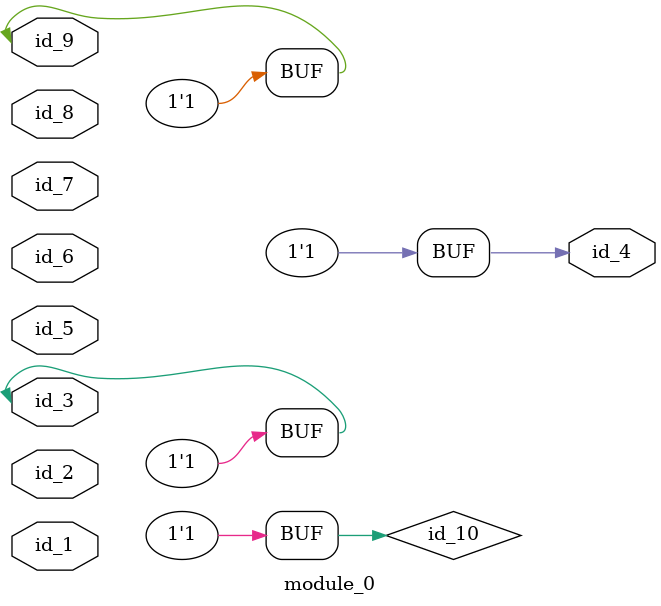
<source format=v>
module module_0 (
    id_1,
    id_2,
    id_3,
    id_4,
    id_5,
    id_6,
    id_7,
    id_8,
    id_9
);
  input wire id_9;
  inout wire id_8;
  input wire id_7;
  input wire id_6;
  input wire id_5;
  output wire id_4;
  input wire id_3;
  input wire id_2;
  input wire id_1;
  assign id_4 = id_3;
  assign id_4 = 1;
  assign id_4 = id_9;
  wor  id_10 = 1'b0;
  wire id_11;
  assign id_10 = (1);
endmodule
module module_1 (
    input  wand id_0,
    input  tri  id_1,
    output tri  id_2
);
  wire id_4;
  module_0 modCall_1 (
      id_4,
      id_4,
      id_4,
      id_4,
      id_4,
      id_4,
      id_4,
      id_4,
      id_4
  );
endmodule

</source>
